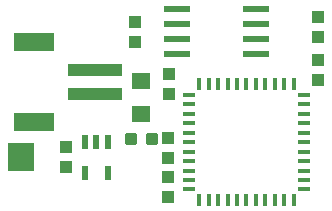
<source format=gbr>
G04 EAGLE Gerber RS-274X export*
G75*
%MOMM*%
%FSLAX34Y34*%
%LPD*%
%INSolderpaste Top*%
%IPPOS*%
%AMOC8*
5,1,8,0,0,1.08239X$1,22.5*%
G01*
%ADD10R,1.000000X0.360000*%
%ADD11R,0.360000X1.000000*%
%ADD12R,1.000000X1.100000*%
%ADD13R,1.600000X1.400000*%
%ADD14C,0.300000*%
%ADD15R,2.209800X0.609600*%
%ADD16R,4.600000X1.000000*%
%ADD17R,3.400000X1.600000*%
%ADD18R,0.550000X1.200000*%
%ADD19R,1.270000X0.635000*%
%ADD20R,2.286000X2.438400*%


D10*
X252200Y63500D03*
X252200Y71500D03*
X252200Y79500D03*
X252200Y87500D03*
X252200Y95500D03*
X252200Y103500D03*
X252200Y23500D03*
X252200Y31500D03*
X252200Y39500D03*
X252200Y47500D03*
X252200Y55500D03*
D11*
X203200Y112500D03*
X195200Y112500D03*
X187200Y112500D03*
X179200Y112500D03*
X171200Y112500D03*
X163200Y112500D03*
X243200Y112500D03*
X235200Y112500D03*
X227200Y112500D03*
X219200Y112500D03*
X211200Y112500D03*
D10*
X154200Y63500D03*
X154200Y55500D03*
X154200Y47500D03*
X154200Y39500D03*
X154200Y31500D03*
X154200Y23500D03*
X154200Y103500D03*
X154200Y95500D03*
X154200Y87500D03*
X154200Y79500D03*
X154200Y71500D03*
D11*
X203200Y14500D03*
X211200Y14500D03*
X219200Y14500D03*
X227200Y14500D03*
X235200Y14500D03*
X243200Y14500D03*
X163200Y14500D03*
X171200Y14500D03*
X179200Y14500D03*
X187200Y14500D03*
X195200Y14500D03*
D12*
X137414Y121022D03*
X137414Y104022D03*
X50800Y42300D03*
X50800Y59300D03*
D13*
X114300Y87600D03*
X114300Y115600D03*
D12*
X137160Y16900D03*
X137160Y33900D03*
D14*
X119570Y62540D02*
X119570Y69540D01*
X126570Y69540D01*
X126570Y62540D01*
X119570Y62540D01*
X119570Y65390D02*
X126570Y65390D01*
X126570Y68240D02*
X119570Y68240D01*
X102030Y69540D02*
X102030Y62540D01*
X102030Y69540D02*
X109030Y69540D01*
X109030Y62540D01*
X102030Y62540D01*
X102030Y65390D02*
X109030Y65390D01*
X109030Y68240D02*
X102030Y68240D01*
D12*
X137160Y49920D03*
X137160Y66920D03*
X108712Y147964D03*
X108712Y164964D03*
X263779Y133367D03*
X263779Y116367D03*
X263398Y152790D03*
X263398Y169790D03*
D15*
X144018Y176530D03*
X144018Y163830D03*
X144018Y151130D03*
X144018Y138430D03*
X211328Y138430D03*
X211328Y151130D03*
X211328Y163830D03*
X211328Y176530D03*
D16*
X75100Y104300D03*
X75100Y124300D03*
D17*
X23100Y80300D03*
X23100Y148300D03*
D18*
X85700Y63801D03*
X76200Y63801D03*
X66700Y63801D03*
X66700Y37799D03*
X85700Y37799D03*
D19*
X12700Y54919D03*
X12700Y46681D03*
D20*
X12700Y50800D03*
M02*

</source>
